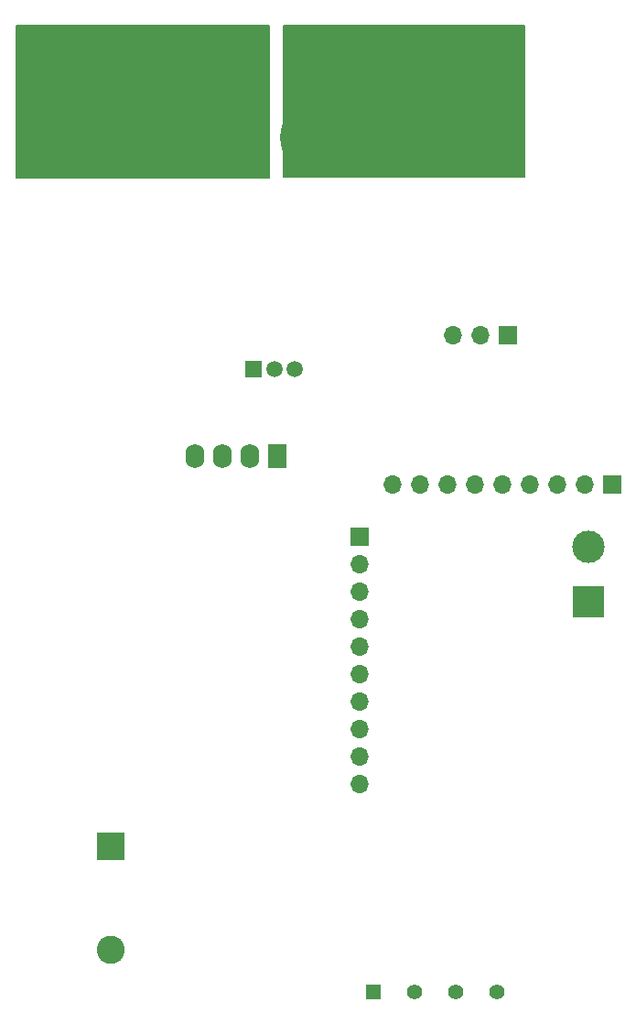
<source format=gbr>
%TF.GenerationSoftware,KiCad,Pcbnew,7.0.5-7.0.5~ubuntu20.04.1*%
%TF.CreationDate,2023-08-05T16:15:12+02:00*%
%TF.ProjectId,diyBMS_CurrentVoltage_ADS1115,64697942-4d53-45f4-9375-7272656e7456,rev?*%
%TF.SameCoordinates,Original*%
%TF.FileFunction,Soldermask,Bot*%
%TF.FilePolarity,Negative*%
%FSLAX46Y46*%
G04 Gerber Fmt 4.6, Leading zero omitted, Abs format (unit mm)*
G04 Created by KiCad (PCBNEW 7.0.5-7.0.5~ubuntu20.04.1) date 2023-08-05 16:15:12*
%MOMM*%
%LPD*%
G01*
G04 APERTURE LIST*
G04 Aperture macros list*
%AMHorizOval*
0 Thick line with rounded ends*
0 $1 width*
0 $2 $3 position (X,Y) of the first rounded end (center of the circle)*
0 $4 $5 position (X,Y) of the second rounded end (center of the circle)*
0 Add line between two ends*
20,1,$1,$2,$3,$4,$5,0*
0 Add two circle primitives to create the rounded ends*
1,1,$1,$2,$3*
1,1,$1,$4,$5*%
G04 Aperture macros list end*
%ADD10C,0.200000*%
%ADD11C,0.150000*%
%ADD12R,1.400000X1.400000*%
%ADD13C,1.400000*%
%ADD14R,1.700000X1.700000*%
%ADD15O,1.700000X1.700000*%
%ADD16C,3.200000*%
%ADD17R,2.600000X2.600000*%
%ADD18C,2.600000*%
%ADD19R,1.500000X1.500000*%
%ADD20C,1.500000*%
%ADD21HorizOval,0.800000X0.000000X0.000000X0.000000X0.000000X0*%
%ADD22HorizOval,0.800000X0.000000X0.000000X0.000000X0.000000X0*%
%ADD23C,0.800000*%
%ADD24O,9.000000X6.000000*%
%ADD25R,3.000000X3.000000*%
%ADD26C,3.000000*%
%ADD27R,1.750000X2.250000*%
%ADD28O,1.750000X2.250000*%
G04 APERTURE END LIST*
D10*
X24130000Y-7620000D02*
X47498000Y-7620000D01*
X47498000Y-21711000D01*
X24130000Y-21711000D01*
X24130000Y-7620000D01*
G36*
X24130000Y-7620000D02*
G01*
X47498000Y-7620000D01*
X47498000Y-21711000D01*
X24130000Y-21711000D01*
X24130000Y-7620000D01*
G37*
D11*
X48895000Y-7620000D02*
X71120000Y-7620000D01*
X71120000Y-21590000D01*
X48895000Y-21590000D01*
X48895000Y-7620000D01*
G36*
X48895000Y-7620000D02*
G01*
X71120000Y-7620000D01*
X71120000Y-21590000D01*
X48895000Y-21590000D01*
X48895000Y-7620000D01*
G37*
D12*
%TO.C,J3*%
X57194000Y-96950000D03*
D13*
X61004000Y-96950000D03*
X64814000Y-96950000D03*
X68624000Y-96950000D03*
%TD*%
D14*
%TO.C,J8*%
X69596000Y-36195000D03*
D15*
X67056000Y-36195000D03*
X64516000Y-36195000D03*
%TD*%
D16*
%TO.C,J5*%
X35931000Y-9783000D03*
X31496000Y-9783000D03*
X27061000Y-9783000D03*
X35931000Y-14218000D03*
X31496000Y-14218000D03*
X27061000Y-14218000D03*
X35931000Y-18653000D03*
X31496000Y-18653000D03*
X27061000Y-18653000D03*
%TD*%
D14*
%TO.C,J2*%
X79248000Y-50038000D03*
D15*
X76708000Y-50038000D03*
X74168000Y-50038000D03*
X71628000Y-50038000D03*
X69088000Y-50038000D03*
X66548000Y-50038000D03*
X64008000Y-50038000D03*
X61468000Y-50038000D03*
X58928000Y-50038000D03*
%TD*%
D17*
%TO.C,J7*%
X32865000Y-83505000D03*
D18*
X32865000Y-93025000D03*
%TD*%
D19*
%TO.C,U3*%
X46106000Y-39378000D03*
D20*
X48016000Y-39378000D03*
X49926000Y-39378000D03*
D21*
X49066000Y-17348000D03*
D22*
X49066000Y-18608000D03*
D23*
X49816000Y-16318000D03*
X49816000Y-19638000D03*
X51016000Y-15928000D03*
X51016000Y-20028000D03*
X52346000Y-15928000D03*
X52346000Y-20028000D03*
D24*
X53016000Y-17978000D03*
D23*
X53686000Y-15928000D03*
X53686000Y-20028000D03*
X55016000Y-15928000D03*
X55016000Y-20028000D03*
X56216000Y-16318000D03*
X56216000Y-19638000D03*
X56966000Y-17348000D03*
X56966000Y-18608000D03*
X39066000Y-17348000D03*
X39066000Y-18608000D03*
X39816000Y-16318000D03*
X39816000Y-19638000D03*
X41016000Y-15928000D03*
X41016000Y-20028000D03*
X42346000Y-15928000D03*
X42346000Y-20028000D03*
D24*
X43016000Y-17978000D03*
D23*
X43686000Y-15928000D03*
X43686000Y-20028000D03*
X45016000Y-15928000D03*
X45016000Y-20028000D03*
X46216000Y-16318000D03*
X46216000Y-19638000D03*
D22*
X46966000Y-17348000D03*
D21*
X46966000Y-18608000D03*
%TD*%
D14*
%TO.C,J1*%
X55880000Y-54864000D03*
D15*
X55880000Y-57404000D03*
X55880000Y-59944000D03*
X55880000Y-62484000D03*
X55880000Y-65024000D03*
X55880000Y-67564000D03*
X55880000Y-70104000D03*
X55880000Y-72644000D03*
X55880000Y-75184000D03*
X55880000Y-77724000D03*
%TD*%
D25*
%TO.C,J6*%
X77089000Y-60833000D03*
D26*
X77089000Y-55753000D03*
%TD*%
D16*
%TO.C,J4*%
X68961000Y-9783000D03*
X64526000Y-9783000D03*
X60091000Y-9783000D03*
X68961000Y-14218000D03*
X64526000Y-14218000D03*
X60091000Y-14218000D03*
X68961000Y-18653000D03*
X64526000Y-18653000D03*
X60091000Y-18653000D03*
%TD*%
D27*
%TO.C,PS1*%
X48260000Y-47433500D03*
D28*
X45720000Y-47433500D03*
X43180000Y-47433500D03*
X40640000Y-47433500D03*
%TD*%
M02*

</source>
